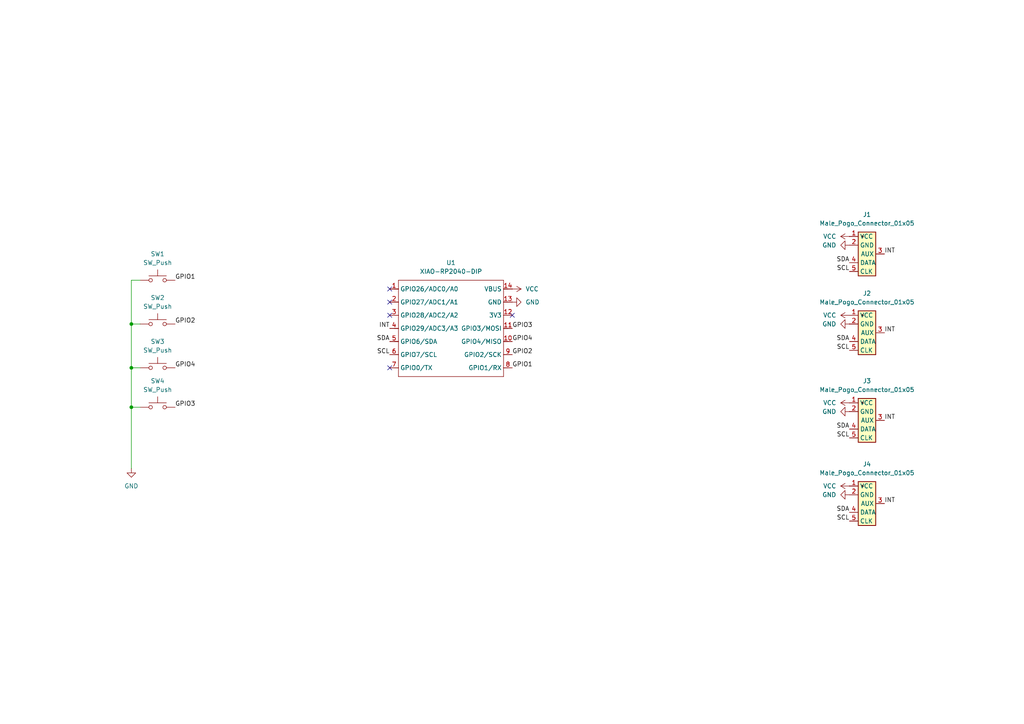
<source format=kicad_sch>
(kicad_sch (version 20250114) (generator "eeschema") (generator_version "9.0")
  (paper "A4")
  (lib_symbols
    (symbol "Connectors_Pogo:Male_Pogo_Connector_01x05"
      (property "Reference" "J" (at 0 6.35 0))
      (property "Value" "Male_Pogo_Connector_01x05" (at 0 -8.89 0))
      (symbol "Male_Pogo_Connector_01x05_1_1"
        (rectangle (start -2.54 5.08) (end 2.54 -7.62) (stroke (width 0.254)) (fill (type background)))
        (circle (center -1.27 3.81) (radius 0.254) (fill (type outline)))
        (pin power_in line (at -5.08 3.81 0) (length 2.54) (name "VCC") (number "1"))
        (pin power_in line (at -5.08 1.27 0) (length 2.54) (name "GND") (number "2"))
        (pin bidirectional line (at -5.08 -3.81 0) (length 2.54) (name "DATA") (number "4"))
        (pin bidirectional line (at -5.08 -6.35 0) (length 2.54) (name "CLK") (number "5"))
        (pin bidirectional line (at 5.08 -1.27 180) (length 2.54) (name "AUX") (number "3"))
      )
    )
    (symbol "Seeed-Studio-Xiao:XIAO-RP2040-DIP"
      (property "Reference" "U" (at 0 0 0))
      (property "Value" "XIAO-RP2040-DIP" (at 5.334 -1.778 0))
      (symbol "XIAO-RP2040-DIP_1_0"
        (polyline (pts (xy -1.27 -2.54) (xy 29.21 -2.54)) (stroke (width 0.1524)))
        (polyline (pts (xy -1.27 -5.08) (xy -2.54 -5.08)) (stroke (width 0.1524)))
        (polyline (pts (xy -1.27 -5.08) (xy -1.27 -2.54)) (stroke (width 0.1524)))
        (polyline (pts (xy -1.27 -8.89) (xy -2.54 -8.89)) (stroke (width 0.1524)))
        (polyline (pts (xy -1.27 -8.89) (xy -1.27 -5.08)) (stroke (width 0.1524)))
        (polyline (pts (xy -1.27 -12.7) (xy -2.54 -12.7)) (stroke (width 0.1524)))
        (polyline (pts (xy -1.27 -12.7) (xy -1.27 -8.89)) (stroke (width 0.1524)))
        (polyline (pts (xy -1.27 -16.51) (xy -2.54 -16.51)) (stroke (width 0.1524)))
        (polyline (pts (xy -1.27 -16.51) (xy -1.27 -12.7)) (stroke (width 0.1524)))
        (polyline (pts (xy -1.27 -20.32) (xy -2.54 -20.32)) (stroke (width 0.1524)))
        (polyline (pts (xy -1.27 -24.13) (xy -2.54 -24.13)) (stroke (width 0.1524)))
        (polyline (pts (xy -1.27 -27.94) (xy -2.54 -27.94)) (stroke (width 0.1524)))
        (polyline (pts (xy -1.27 -30.48) (xy -1.27 -16.51)) (stroke (width 0.1524)))
        (polyline (pts (xy 29.21 -2.54) (xy 29.21 -5.08)) (stroke (width 0.1524)))
        (polyline (pts (xy 29.21 -5.08) (xy 29.21 -8.89)) (stroke (width 0.1524)))
        (polyline (pts (xy 29.21 -8.89) (xy 29.21 -12.7)) (stroke (width 0.1524)))
        (polyline (pts (xy 29.21 -12.7) (xy 29.21 -30.48)) (stroke (width 0.1524)))
        (polyline (pts (xy 29.21 -30.48) (xy -1.27 -30.48)) (stroke (width 0.1524)))
        (polyline (pts (xy 30.48 -5.08) (xy 29.21 -5.08)) (stroke (width 0.1524)))
        (polyline (pts (xy 30.48 -8.89) (xy 29.21 -8.89)) (stroke (width 0.1524)))
        (polyline (pts (xy 30.48 -12.7) (xy 29.21 -12.7)) (stroke (width 0.1524)))
        (polyline (pts (xy 30.48 -16.51) (xy 29.21 -16.51)) (stroke (width 0.1524)))
        (polyline (pts (xy 30.48 -20.32) (xy 29.21 -20.32)) (stroke (width 0.1524)))
        (polyline (pts (xy 30.48 -24.13) (xy 29.21 -24.13)) (stroke (width 0.1524)))
        (polyline (pts (xy 30.48 -27.94) (xy 29.21 -27.94)) (stroke (width 0.1524)))
        (pin passive line (at -3.81 -5.08 0) (length 2.54) (name "GPIO26/ADC0/A0") (number "1"))
        (pin passive line (at -3.81 -8.89 0) (length 2.54) (name "GPIO27/ADC1/A1") (number "2"))
        (pin passive line (at -3.81 -12.7 0) (length 2.54) (name "GPIO28/ADC2/A2") (number "3"))
        (pin passive line (at -3.81 -16.51 0) (length 2.54) (name "GPIO29/ADC3/A3") (number "4"))
        (pin passive line (at -3.81 -20.32 0) (length 2.54) (name "GPIO6/SDA") (number "5"))
        (pin passive line (at -3.81 -24.13 0) (length 2.54) (name "GPIO7/SCL") (number "6"))
        (pin passive line (at -3.81 -27.94 0) (length 2.54) (name "GPIO0/TX") (number "7"))
        (pin passive line (at 31.75 -5.08 180) (length 2.54) (name "VBUS") (number "14"))
        (pin passive line (at 31.75 -8.89 180) (length 2.54) (name "GND") (number "13"))
        (pin passive line (at 31.75 -12.7 180) (length 2.54) (name "3V3") (number "12"))
        (pin passive line (at 31.75 -16.51 180) (length 2.54) (name "GPIO3/MOSI") (number "11"))
        (pin passive line (at 31.75 -20.32 180) (length 2.54) (name "GPIO4/MISO") (number "10"))
        (pin passive line (at 31.75 -24.13 180) (length 2.54) (name "GPIO2/SCK") (number "9"))
        (pin passive line (at 31.75 -27.94 180) (length 2.54) (name "GPIO1/RX") (number "8"))
      )
    )
    (symbol "Switch:SW_Push" (pin_numbers (hide yes)) (pin_names (offset 1.016) (hide yes))
      (property "Reference" "SW" (at 1.27 2.54 0))
      (property "Value" "SW_Push" (at 0 -1.524 0))
      (symbol "SW_Push_0_1"
        (circle (center -2.032 0) (radius 0.508))
        (polyline (pts (xy 0 1.27) (xy 0 3.048)))
        (circle (center 2.032 0) (radius 0.508))
        (polyline (pts (xy 2.54 1.27) (xy -2.54 1.27)))
        (pin passive line (at -5.08 0 0) (length 2.54) (name "1") (number "1"))
        (pin passive line (at 5.08 0 180) (length 2.54) (name "2") (number "2"))
      )
    )
    (symbol "power:GND" (power) (pin_numbers (hide yes)) (pin_names (offset 0) (hide yes))
      (property "Value" "GND" (at 0 -3.81 0))
      (symbol "GND_0_1"
        (polyline (pts (xy 0 0) (xy 0 -1.27) (xy 1.27 -1.27) (xy 0 -2.54) (xy -1.27 -1.27) (xy 0 -1.27)))
      )
      (symbol "GND_1_1"
        (pin power_in line (at 0 0 270) (length 0) (name "~") (number "1"))
      )
    )
    (symbol "power:VCC" (power) (pin_numbers (hide yes)) (pin_names (offset 0) (hide yes))
      (property "Value" "VCC" (at 0 3.556 0))
      (symbol "VCC_0_1"
        (polyline (pts (xy -0.762 1.27) (xy 0 2.54)))
        (polyline (pts (xy 0 2.54) (xy 0.762 1.27)))
        (polyline (pts (xy 0 0) (xy 0 2.54)))
      )
      (symbol "VCC_1_1"
        (pin power_in line (at 0 0 90) (length 0) (name "~") (number "1"))
      )
    )
  )
  (junction (at 38.1 118.11))
  (junction (at 38.1 93.98))
  (junction (at 38.1 106.68))
  (no_connect (at 113.03 106.68))
  (no_connect (at 148.59 91.44))
  (no_connect (at 113.03 91.44))
  (no_connect (at 113.03 83.82))
  (no_connect (at 113.03 87.63))
  (wire (pts (xy 38.1 118.11) (xy 38.1 135.89)))
  (wire (pts (xy 38.1 106.68) (xy 38.1 118.11)))
  (wire (pts (xy 38.1 118.11) (xy 40.64 118.11)))
  (wire (pts (xy 38.1 93.98) (xy 40.64 93.98)))
  (wire (pts (xy 38.1 106.68) (xy 40.64 106.68)))
  (wire (pts (xy 40.64 81.28) (xy 38.1 81.28)))
  (wire (pts (xy 38.1 93.98) (xy 38.1 106.68)))
  (wire (pts (xy 38.1 81.28) (xy 38.1 93.98)))
  (label "GPIO2" (at 148.59 102.87 0))
  (label "GPIO4" (at 50.8 106.68 0))
  (label "SDA" (at 246.38 76.2 180))
  (label "INT" (at 113.03 95.25 180))
  (label "GPIO2" (at 50.8 93.98 0))
  (label "GPIO3" (at 50.8 118.11 0))
  (label "SCL" (at 246.38 78.74 180))
  (label "INT" (at 256.54 96.52 0))
  (label "SDA" (at 246.38 148.59 180))
  (label "SDA" (at 113.03 99.06 180))
  (label "SCL" (at 113.03 102.87 180))
  (label "GPIO1" (at 50.8 81.28 0))
  (label "SCL" (at 246.38 151.13 180))
  (label "GPIO1" (at 148.59 106.68 0))
  (label "GPIO4" (at 148.59 99.06 0))
  (label "SDA" (at 246.38 124.46 180))
  (label "INT" (at 256.54 73.66 0))
  (label "SCL" (at 246.38 101.6 180))
  (label "SDA" (at 246.38 99.06 180))
  (label "GPIO3" (at 148.59 95.25 0))
  (label "SCL" (at 246.38 127 180))
  (label "INT" (at 256.54 146.05 0))
  (label "INT" (at 256.54 121.92 0))
  (symbol (lib_id "power:GND") (at 246.38 143.51 270) (unit 1)
    (property "Reference" "#PWR06" (effects (hide yes)))
    (property "Value" "GND" (at 242.57 143.5101 90) (effects (justify right)))
    (property "Description" "Power symbol creates a global label with name \"GND\" , ground" (effects (hide yes)))
  )
  (symbol (lib_id "Connectors_Pogo:Male_Pogo_Connector_01x05") (at 251.46 144.78 0) (unit 1)
    (property "Reference" "J4" (at 251.46 134.62 0))
    (property "Value" "Male_Pogo_Connector_01x05" (at 251.46 137.16 0))
    (property "Footprint" "Connector_PinHeader_2.54mm:PinHeader_1x05_P2.54mm_Vertical" (effects (hide yes)))
  )
  (symbol (lib_id "Connectors_Pogo:Male_Pogo_Connector_01x05") (at 251.46 95.25 0) (unit 1)
    (property "Reference" "J2" (at 251.46 85.09 0))
    (property "Value" "Male_Pogo_Connector_01x05" (at 251.46 87.63 0))
    (property "Footprint" "Connector_PinHeader_2.54mm:PinHeader_1x05_P2.54mm_Vertical" (effects (hide yes)))
  )
  (symbol (lib_id "power:VCC") (at 148.59 83.82 270) (unit 1)
    (property "Reference" "#PWR02" (effects (hide yes)))
    (property "Value" "VCC" (at 152.4 83.8199 90) (effects (justify left)))
    (property "Description" "Power symbol creates a global label with name \"VCC\"" (effects (hide yes)))
  )
  (symbol (lib_id "power:VCC") (at 246.38 68.58 90) (unit 1)
    (property "Reference" "#PWR09" (effects (hide yes)))
    (property "Value" "VCC" (at 242.57 68.5801 90) (effects (justify left)))
    (property "Description" "Power symbol creates a global label with name \"VCC\"" (effects (hide yes)))
  )
  (symbol (lib_id "power:GND") (at 246.38 119.38 270) (unit 1)
    (property "Reference" "#PWR04" (effects (hide yes)))
    (property "Value" "GND" (at 242.57 119.3801 90) (effects (justify right)))
    (property "Description" "Power symbol creates a global label with name \"GND\" , ground" (effects (hide yes)))
  )
  (symbol (lib_id "Seeed-Studio-Xiao:XIAO-RP2040-DIP") (at 116.84 78.74 0) (unit 1)
    (property "Reference" "U1" (at 130.81 76.2 0))
    (property "Value" "XIAO-RP2040-DIP" (at 130.81 78.74 0))
    (property "Footprint" "Module:XIAO-RP2040-DIP" (effects (hide yes)))
  )
  (symbol (lib_id "Switch:SW_Push") (at 45.72 81.28 0) (unit 1)
    (property "Reference" "SW1" (at 45.72 73.66 0))
    (property "Value" "SW_Push" (at 45.72 76.2 0))
    (property "Footprint" "Button_Switch_Keyboard:SW_Cherry_MX_1.00u_PCB" (effects (hide yes)))
    (property "Description" "Push button switch, generic, two pins" (effects (hide yes)))
  )
  (symbol (lib_id "power:VCC") (at 246.38 116.84 90) (unit 1)
    (property "Reference" "#PWR03" (effects (hide yes)))
    (property "Value" "VCC" (at 242.57 116.8401 90) (effects (justify left)))
    (property "Description" "Power symbol creates a global label with name \"VCC\"" (effects (hide yes)))
  )
  (symbol (lib_id "power:GND") (at 246.38 93.98 270) (unit 1)
    (property "Reference" "#PWR08" (effects (hide yes)))
    (property "Value" "GND" (at 242.57 93.9801 90) (effects (justify right)))
    (property "Description" "Power symbol creates a global label with name \"GND\" , ground" (effects (hide yes)))
  )
  (symbol (lib_id "power:GND") (at 148.59 87.63 90) (unit 1)
    (property "Reference" "#PWR01" (effects (hide yes)))
    (property "Value" "GND" (at 152.4 87.6299 90) (effects (justify right)))
    (property "Description" "Power symbol creates a global label with name \"GND\" , ground" (effects (hide yes)))
  )
  (symbol (lib_id "power:VCC") (at 246.38 91.44 90) (unit 1)
    (property "Reference" "#PWR07" (effects (hide yes)))
    (property "Value" "VCC" (at 242.57 91.4401 90) (effects (justify left)))
    (property "Description" "Power symbol creates a global label with name \"VCC\"" (effects (hide yes)))
  )
  (symbol (lib_id "power:GND") (at 246.38 71.12 270) (unit 1)
    (property "Reference" "#PWR010" (effects (hide yes)))
    (property "Value" "GND" (at 242.57 71.1201 90) (effects (justify right)))
    (property "Description" "Power symbol creates a global label with name \"GND\" , ground" (effects (hide yes)))
  )
  (symbol (lib_id "Switch:SW_Push") (at 45.72 93.98 0) (unit 1)
    (property "Reference" "SW2" (at 45.72 86.36 0))
    (property "Value" "SW_Push" (at 45.72 88.9 0))
    (property "Footprint" "Button_Switch_Keyboard:SW_Cherry_MX_1.00u_PCB" (effects (hide yes)))
    (property "Description" "Push button switch, generic, two pins" (effects (hide yes)))
  )
  (symbol (lib_id "Switch:SW_Push") (at 45.72 118.11 0) (unit 1)
    (property "Reference" "SW4" (at 45.72 110.49 0))
    (property "Value" "SW_Push" (at 45.72 113.03 0))
    (property "Footprint" "Button_Switch_Keyboard:SW_Cherry_MX_1.00u_PCB" (effects (hide yes)))
    (property "Description" "Push button switch, generic, two pins" (effects (hide yes)))
  )
  (symbol (lib_id "Connectors_Pogo:Male_Pogo_Connector_01x05") (at 251.46 120.65 0) (unit 1)
    (property "Reference" "J3" (at 251.46 110.49 0))
    (property "Value" "Male_Pogo_Connector_01x05" (at 251.46 113.03 0))
    (property "Footprint" "Connector_PinHeader_2.54mm:PinHeader_1x05_P2.54mm_Vertical" (effects (hide yes)))
  )
  (symbol (lib_id "Switch:SW_Push") (at 45.72 106.68 0) (unit 1)
    (property "Reference" "SW3" (at 45.72 99.06 0))
    (property "Value" "SW_Push" (at 45.72 101.6 0))
    (property "Footprint" "Button_Switch_Keyboard:SW_Cherry_MX_1.00u_PCB" (effects (hide yes)))
    (property "Description" "Push button switch, generic, two pins" (effects (hide yes)))
  )
  (symbol (lib_id "power:VCC") (at 246.38 140.97 90) (unit 1)
    (property "Reference" "#PWR05" (effects (hide yes)))
    (property "Value" "VCC" (at 242.57 140.9701 90) (effects (justify left)))
    (property "Description" "Power symbol creates a global label with name \"VCC\"" (effects (hide yes)))
  )
  (symbol (lib_id "Connectors_Pogo:Male_Pogo_Connector_01x05") (at 251.46 72.39 0) (unit 1)
    (property "Reference" "J1" (at 251.46 62.23 0))
    (property "Value" "Male_Pogo_Connector_01x05" (at 251.46 64.77 0))
    (property "Footprint" "Connector_PinHeader_2.54mm:PinHeader_1x05_P2.54mm_Vertical" (effects (hide yes)))
  )
  (symbol (lib_id "power:GND") (at 38.1 135.89 0) (unit 1)
    (property "Reference" "#PWR011" (effects (hide yes)))
    (property "Value" "GND" (at 38.1 140.97 0))
    (property "Description" "Power symbol creates a global label with name \"GND\" , ground" (effects (hide yes)))
  )
)
</source>
